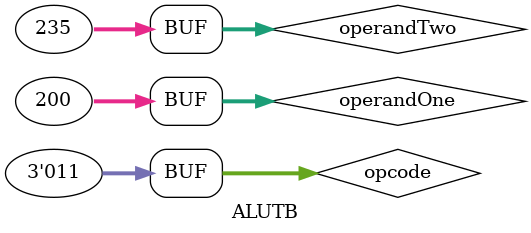
<source format=v>
`timescale 1ns / 1ps

module ALUTB();
    reg [31:0] operandOne;
    reg [31:0] operandTwo;
    reg [2:0] opcode;
    wire [31:0] output_reg;
    wire ChangeThis;
    ALU test(.ip_0(operandOne), .ip_1(operandTwo), .opcode(opcode), .op_0(output_reg), .change_pc(ChangeThis));
    initial begin
        operandOne <= 10;
        operandTwo <= 619;
        opcode <= 4;    
        #5
        operandOne <= 55;
        operandTwo <= 3;
        opcode <= 5;    
        #5
        operandOne <= 9;
        operandTwo <= 20;
        opcode <= 6; 
        #5
        operandOne <= 0;
        operandTwo <= 21;
        opcode <= 7; 
        #5  
        operandOne <= 5;
        operandTwo <= 5; 
        opcode <= 2; 
        #5
        operandOne <= 9;
        #5
        opcode <= 3; 
        operandOne <= 8;
        operandTwo <= 235;
        #5
        operandOne <= 200;
        end
endmodule

</source>
